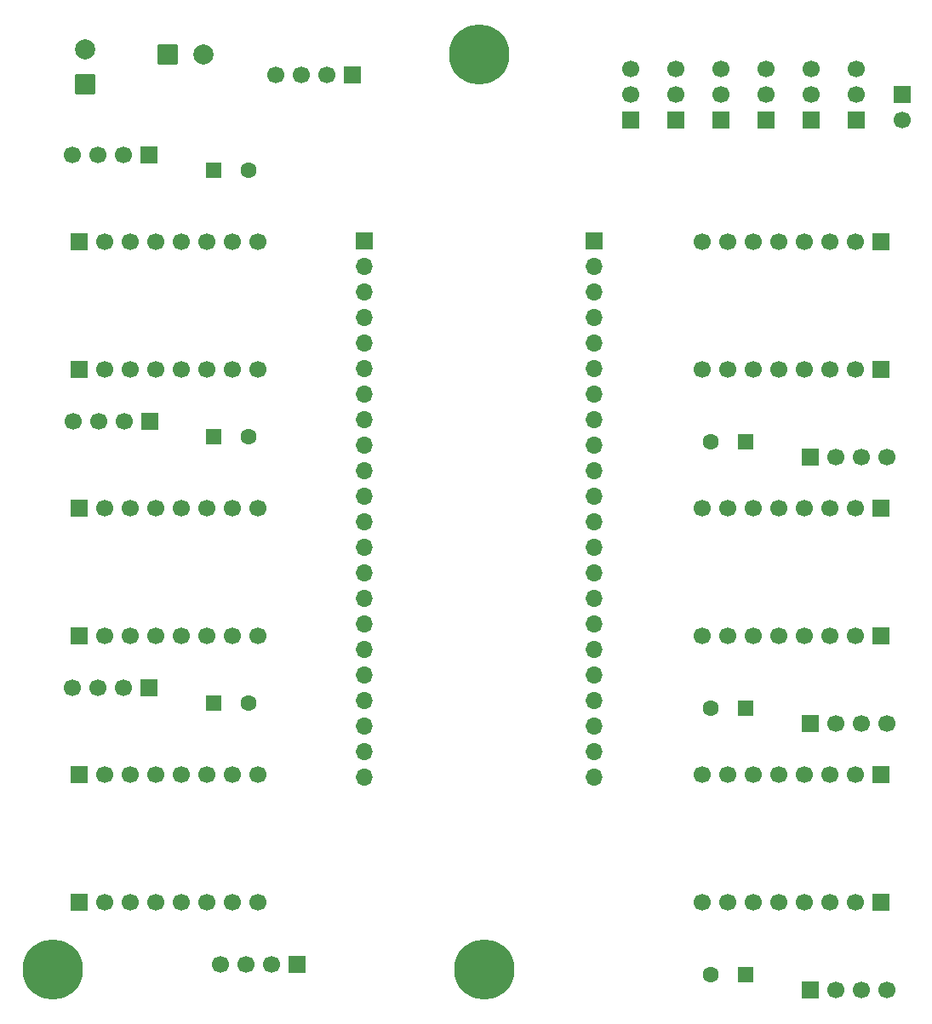
<source format=gts>
%TF.GenerationSoftware,KiCad,Pcbnew,9.0.2*%
%TF.CreationDate,2025-12-07T18:16:57+01:00*%
%TF.ProjectId,Driver Carrier v2,44726976-6572-4204-9361-727269657220,rev?*%
%TF.SameCoordinates,Original*%
%TF.FileFunction,Soldermask,Top*%
%TF.FilePolarity,Negative*%
%FSLAX46Y46*%
G04 Gerber Fmt 4.6, Leading zero omitted, Abs format (unit mm)*
G04 Created by KiCad (PCBNEW 9.0.2) date 2025-12-07 18:16:57*
%MOMM*%
%LPD*%
G01*
G04 APERTURE LIST*
G04 Aperture macros list*
%AMRoundRect*
0 Rectangle with rounded corners*
0 $1 Rounding radius*
0 $2 $3 $4 $5 $6 $7 $8 $9 X,Y pos of 4 corners*
0 Add a 4 corners polygon primitive as box body*
4,1,4,$2,$3,$4,$5,$6,$7,$8,$9,$2,$3,0*
0 Add four circle primitives for the rounded corners*
1,1,$1+$1,$2,$3*
1,1,$1+$1,$4,$5*
1,1,$1+$1,$6,$7*
1,1,$1+$1,$8,$9*
0 Add four rect primitives between the rounded corners*
20,1,$1+$1,$2,$3,$4,$5,0*
20,1,$1+$1,$4,$5,$6,$7,0*
20,1,$1+$1,$6,$7,$8,$9,0*
20,1,$1+$1,$8,$9,$2,$3,0*%
G04 Aperture macros list end*
%ADD10R,1.700000X1.700000*%
%ADD11C,1.700000*%
%ADD12RoundRect,0.250000X-0.550000X-0.550000X0.550000X-0.550000X0.550000X0.550000X-0.550000X0.550000X0*%
%ADD13C,1.600000*%
%ADD14RoundRect,0.250000X0.550000X0.550000X-0.550000X0.550000X-0.550000X-0.550000X0.550000X-0.550000X0*%
%ADD15O,1.700000X1.700000*%
%ADD16RoundRect,0.102000X-0.900000X-0.900000X0.900000X-0.900000X0.900000X0.900000X-0.900000X0.900000X0*%
%ADD17C,2.004000*%
%ADD18C,6.000000*%
%ADD19RoundRect,0.102000X0.900000X-0.900000X0.900000X0.900000X-0.900000X0.900000X-0.900000X-0.900000X0*%
G04 APERTURE END LIST*
D10*
%TO.C,J4*%
X180880000Y-118000000D03*
D11*
X183420000Y-118000000D03*
X185960000Y-118000000D03*
X188500000Y-118000000D03*
%TD*%
D12*
%TO.C,C2*%
X121500000Y-63000000D03*
D13*
X125000000Y-63000000D03*
%TD*%
D10*
%TO.C,J11*%
X181000000Y-31500000D03*
D11*
X181000000Y-28960000D03*
X181000000Y-26420000D03*
%TD*%
D10*
%TO.C,J8*%
X167500000Y-31500000D03*
D11*
X167500000Y-28960000D03*
X167500000Y-26420000D03*
%TD*%
D14*
%TO.C,C6*%
X174500000Y-63500000D03*
D13*
X171000000Y-63500000D03*
%TD*%
D10*
%TO.C,J10*%
X176500000Y-31500000D03*
D11*
X176500000Y-28960000D03*
X176500000Y-26420000D03*
%TD*%
D10*
%TO.C,U13*%
X136500000Y-43500000D03*
D15*
X136500000Y-46040000D03*
X136500000Y-48580000D03*
X136500000Y-51120000D03*
X136500000Y-53660000D03*
X136500000Y-56200000D03*
X136500000Y-58740000D03*
X136500000Y-61280000D03*
X136500000Y-63820000D03*
X136500000Y-66360000D03*
X136500000Y-68900000D03*
X136500000Y-71440000D03*
X136500000Y-73980000D03*
X136500000Y-76520000D03*
X136500000Y-79060000D03*
X136500000Y-81600000D03*
X136500000Y-84140000D03*
X136500000Y-86680000D03*
X136500000Y-89220000D03*
X136500000Y-91760000D03*
X136500000Y-94300000D03*
X136500000Y-96840000D03*
D10*
X159360000Y-43500000D03*
D15*
X159360000Y-46040000D03*
X159360000Y-48580000D03*
X159360000Y-51120000D03*
X159360000Y-53660000D03*
X159360000Y-56200000D03*
X159360000Y-58740000D03*
X159360000Y-61280000D03*
X159360000Y-63820000D03*
X159360000Y-66360000D03*
X159360000Y-68900000D03*
X159360000Y-71440000D03*
X159360000Y-73980000D03*
X159360000Y-76520000D03*
X159360000Y-79060000D03*
X159360000Y-81600000D03*
X159360000Y-84140000D03*
X159360000Y-86680000D03*
X159360000Y-89220000D03*
X159360000Y-91760000D03*
X159360000Y-94300000D03*
X159360000Y-96840000D03*
%TD*%
D12*
%TO.C,C1*%
X121500000Y-36500000D03*
D13*
X125000000Y-36500000D03*
%TD*%
D16*
%TO.C,J14*%
X117000000Y-25000000D03*
D17*
X120500000Y-25000000D03*
%TD*%
D10*
%TO.C,U6*%
X187890000Y-43650000D03*
D11*
X185350000Y-43650000D03*
X182810000Y-43650000D03*
X180270000Y-43650000D03*
X177730000Y-43650000D03*
X175190000Y-43650000D03*
X172650000Y-43650000D03*
X170110000Y-43650000D03*
D10*
X187890000Y-56350000D03*
D11*
X185350000Y-56350000D03*
X182810000Y-56350000D03*
X180270000Y-56350000D03*
X177730000Y-56350000D03*
X175190000Y-56350000D03*
X172650000Y-56350000D03*
X170110000Y-56350000D03*
%TD*%
D10*
%TO.C,J5*%
X180880000Y-91500000D03*
D11*
X183420000Y-91500000D03*
X185960000Y-91500000D03*
X188500000Y-91500000D03*
%TD*%
D10*
%TO.C,U4*%
X187890000Y-96650000D03*
D11*
X185350000Y-96650000D03*
X182810000Y-96650000D03*
X180270000Y-96650000D03*
X177730000Y-96650000D03*
X175190000Y-96650000D03*
X172650000Y-96650000D03*
X170110000Y-96650000D03*
D10*
X187890000Y-109350000D03*
D11*
X185350000Y-109350000D03*
X182810000Y-109350000D03*
X180270000Y-109350000D03*
X177730000Y-109350000D03*
X175190000Y-109350000D03*
X172650000Y-109350000D03*
X170110000Y-109350000D03*
%TD*%
D10*
%TO.C,J1*%
X115120000Y-35000000D03*
D11*
X112580000Y-35000000D03*
X110040000Y-35000000D03*
X107500000Y-35000000D03*
%TD*%
D10*
%TO.C,J3*%
X115120000Y-88000000D03*
D11*
X112580000Y-88000000D03*
X110040000Y-88000000D03*
X107500000Y-88000000D03*
%TD*%
D14*
%TO.C,C5*%
X174500000Y-90000000D03*
D13*
X171000000Y-90000000D03*
%TD*%
D14*
%TO.C,C4*%
X174500000Y-116500000D03*
D13*
X171000000Y-116500000D03*
%TD*%
D10*
%TO.C,U2*%
X108150000Y-82850000D03*
D11*
X110690000Y-82850000D03*
X113230000Y-82850000D03*
X115770000Y-82850000D03*
X118310000Y-82850000D03*
X120850000Y-82850000D03*
X123390000Y-82850000D03*
X125930000Y-82850000D03*
D10*
X108150000Y-70150000D03*
D11*
X110690000Y-70150000D03*
X113230000Y-70150000D03*
X115770000Y-70150000D03*
X118310000Y-70150000D03*
X120850000Y-70150000D03*
X123390000Y-70150000D03*
X125930000Y-70150000D03*
%TD*%
D12*
%TO.C,C3*%
X121500000Y-89500000D03*
D13*
X125000000Y-89500000D03*
%TD*%
D18*
%TO.C,REF\u002A\u002A*%
X105500000Y-116000000D03*
%TD*%
D10*
%TO.C,J17*%
X129810000Y-115500000D03*
D11*
X127270000Y-115500000D03*
X124730000Y-115500000D03*
X122190000Y-115500000D03*
%TD*%
D10*
%TO.C,J12*%
X185500000Y-31500000D03*
D11*
X185500000Y-28960000D03*
X185500000Y-26420000D03*
%TD*%
D10*
%TO.C,J2*%
X115160000Y-61500000D03*
D11*
X112620000Y-61500000D03*
X110080000Y-61500000D03*
X107540000Y-61500000D03*
%TD*%
D10*
%TO.C,U3*%
X108150000Y-109350000D03*
D11*
X110690000Y-109350000D03*
X113230000Y-109350000D03*
X115770000Y-109350000D03*
X118310000Y-109350000D03*
X120850000Y-109350000D03*
X123390000Y-109350000D03*
X125930000Y-109350000D03*
D10*
X108150000Y-96650000D03*
D11*
X110690000Y-96650000D03*
X113230000Y-96650000D03*
X115770000Y-96650000D03*
X118310000Y-96650000D03*
X120850000Y-96650000D03*
X123390000Y-96650000D03*
X125930000Y-96650000D03*
%TD*%
D19*
%TO.C,J15*%
X108775000Y-27970000D03*
D17*
X108775000Y-24470000D03*
%TD*%
D10*
%TO.C,J16*%
X190000000Y-28960000D03*
D11*
X190000000Y-31500000D03*
%TD*%
D18*
%TO.C,REF\u002A\u002A*%
X148000000Y-25000000D03*
%TD*%
D10*
%TO.C,J13*%
X135310000Y-27000000D03*
D11*
X132770000Y-27000000D03*
X130230000Y-27000000D03*
X127690000Y-27000000D03*
%TD*%
D10*
%TO.C,J9*%
X172000000Y-31500000D03*
D11*
X172000000Y-28960000D03*
X172000000Y-26420000D03*
%TD*%
D10*
%TO.C,U1*%
X108150000Y-56350000D03*
D11*
X110690000Y-56350000D03*
X113230000Y-56350000D03*
X115770000Y-56350000D03*
X118310000Y-56350000D03*
X120850000Y-56350000D03*
X123390000Y-56350000D03*
X125930000Y-56350000D03*
D10*
X108150000Y-43650000D03*
D11*
X110690000Y-43650000D03*
X113230000Y-43650000D03*
X115770000Y-43650000D03*
X118310000Y-43650000D03*
X120850000Y-43650000D03*
X123390000Y-43650000D03*
X125930000Y-43650000D03*
%TD*%
D10*
%TO.C,J7*%
X163000000Y-31500000D03*
D11*
X163000000Y-28960000D03*
X163000000Y-26420000D03*
%TD*%
D10*
%TO.C,U5*%
X187890000Y-70150000D03*
D11*
X185350000Y-70150000D03*
X182810000Y-70150000D03*
X180270000Y-70150000D03*
X177730000Y-70150000D03*
X175190000Y-70150000D03*
X172650000Y-70150000D03*
X170110000Y-70150000D03*
D10*
X187890000Y-82850000D03*
D11*
X185350000Y-82850000D03*
X182810000Y-82850000D03*
X180270000Y-82850000D03*
X177730000Y-82850000D03*
X175190000Y-82850000D03*
X172650000Y-82850000D03*
X170110000Y-82850000D03*
%TD*%
D10*
%TO.C,J6*%
X180880000Y-65000000D03*
D11*
X183420000Y-65000000D03*
X185960000Y-65000000D03*
X188500000Y-65000000D03*
%TD*%
D18*
%TO.C,REF\u002A\u002A*%
X148500000Y-116000000D03*
%TD*%
M02*

</source>
